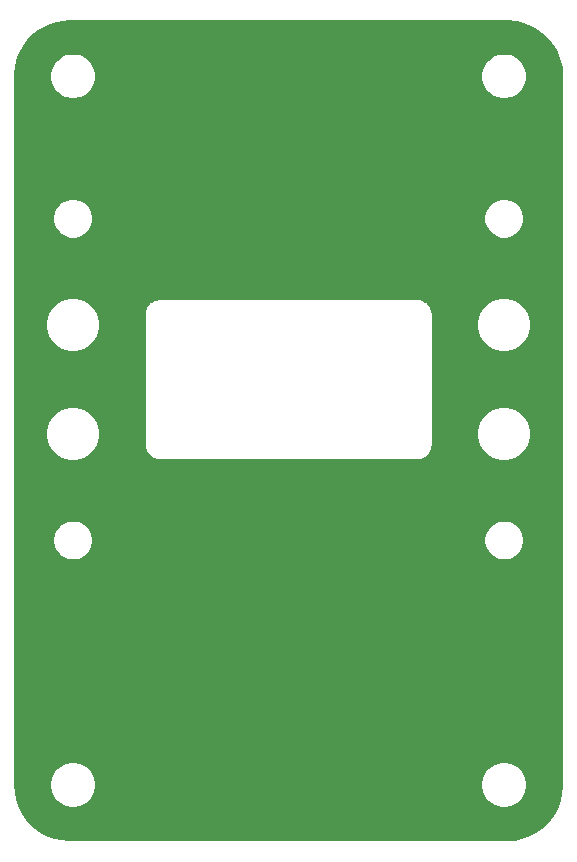
<source format=gbr>
%TF.GenerationSoftware,KiCad,Pcbnew,5.1.10*%
%TF.CreationDate,2021-05-04T12:35:39+02:00*%
%TF.ProjectId,Generic_Oven,47656e65-7269-4635-9f4f-76656e2e6b69,rev?*%
%TF.SameCoordinates,Original*%
%TF.FileFunction,Copper,L1,Top*%
%TF.FilePolarity,Positive*%
%FSLAX46Y46*%
G04 Gerber Fmt 4.6, Leading zero omitted, Abs format (unit mm)*
G04 Created by KiCad (PCBNEW 5.1.10) date 2021-05-04 12:35:39*
%MOMM*%
%LPD*%
G01*
G04 APERTURE LIST*
%TA.AperFunction,NonConductor*%
%ADD10C,0.200000*%
%TD*%
%TA.AperFunction,NonConductor*%
%ADD11C,0.100000*%
%TD*%
G04 APERTURE END LIST*
D10*
X19327641Y34599844D02*
X20129125Y34380582D01*
X20879110Y34022858D01*
X21553896Y33537975D01*
X22132155Y32941259D01*
X22595602Y32251575D01*
X22929593Y31490724D01*
X23124171Y30680249D01*
X23175001Y29988072D01*
X23175000Y-29985531D01*
X23099843Y-30827643D01*
X22880582Y-31629125D01*
X22522858Y-32379110D01*
X22037975Y-33053896D01*
X21441259Y-33632155D01*
X20751576Y-34095601D01*
X19990723Y-34429593D01*
X19180249Y-34624171D01*
X18488086Y-34675000D01*
X-18485531Y-34675000D01*
X-19327643Y-34599843D01*
X-20129125Y-34380582D01*
X-20879110Y-34022858D01*
X-21553896Y-33537975D01*
X-22132155Y-32941259D01*
X-22595601Y-32251576D01*
X-22929593Y-31490723D01*
X-23124171Y-30680249D01*
X-23175000Y-29988086D01*
X-23175000Y-29809357D01*
X-20185634Y-29809357D01*
X-20185634Y-30190643D01*
X-20111249Y-30564604D01*
X-19965337Y-30916867D01*
X-19753505Y-31233895D01*
X-19483895Y-31503505D01*
X-19166867Y-31715337D01*
X-18814604Y-31861249D01*
X-18440643Y-31935634D01*
X-18059357Y-31935634D01*
X-17685396Y-31861249D01*
X-17333133Y-31715337D01*
X-17016105Y-31503505D01*
X-16746495Y-31233895D01*
X-16534663Y-30916867D01*
X-16388751Y-30564604D01*
X-16314366Y-30190643D01*
X-16314366Y-29809357D01*
X16314366Y-29809357D01*
X16314366Y-30190643D01*
X16388751Y-30564604D01*
X16534663Y-30916867D01*
X16746495Y-31233895D01*
X17016105Y-31503505D01*
X17333133Y-31715337D01*
X17685396Y-31861249D01*
X18059357Y-31935634D01*
X18440643Y-31935634D01*
X18814604Y-31861249D01*
X19166867Y-31715337D01*
X19483895Y-31503505D01*
X19753505Y-31233895D01*
X19965337Y-30916867D01*
X20111249Y-30564604D01*
X20185634Y-30190643D01*
X20185634Y-29809357D01*
X20111249Y-29435396D01*
X19965337Y-29083133D01*
X19753505Y-28766105D01*
X19483895Y-28496495D01*
X19166867Y-28284663D01*
X18814604Y-28138751D01*
X18440643Y-28064366D01*
X18059357Y-28064366D01*
X17685396Y-28138751D01*
X17333133Y-28284663D01*
X17016105Y-28496495D01*
X16746495Y-28766105D01*
X16534663Y-29083133D01*
X16388751Y-29435396D01*
X16314366Y-29809357D01*
X-16314366Y-29809357D01*
X-16388751Y-29435396D01*
X-16534663Y-29083133D01*
X-16746495Y-28766105D01*
X-17016105Y-28496495D01*
X-17333133Y-28284663D01*
X-17685396Y-28138751D01*
X-18059357Y-28064366D01*
X-18440643Y-28064366D01*
X-18814604Y-28138751D01*
X-19166867Y-28284663D01*
X-19483895Y-28496495D01*
X-19753505Y-28766105D01*
X-19965337Y-29083133D01*
X-20111249Y-29435396D01*
X-20185634Y-29809357D01*
X-23175000Y-29809357D01*
X-23175000Y-9133861D01*
X-19936838Y-9133861D01*
X-19936838Y-9466139D01*
X-19872014Y-9792033D01*
X-19744857Y-10099017D01*
X-19560253Y-10375297D01*
X-19325297Y-10610253D01*
X-19049017Y-10794857D01*
X-18742033Y-10922014D01*
X-18416139Y-10986838D01*
X-18083861Y-10986838D01*
X-17757967Y-10922014D01*
X-17450983Y-10794857D01*
X-17174703Y-10610253D01*
X-16939747Y-10375297D01*
X-16755143Y-10099017D01*
X-16627986Y-9792033D01*
X-16563162Y-9466139D01*
X-16563162Y-9133861D01*
X16563162Y-9133861D01*
X16563162Y-9466139D01*
X16627986Y-9792033D01*
X16755143Y-10099017D01*
X16939747Y-10375297D01*
X17174703Y-10610253D01*
X17450983Y-10794857D01*
X17757967Y-10922014D01*
X18083861Y-10986838D01*
X18416139Y-10986838D01*
X18742033Y-10922014D01*
X19049017Y-10794857D01*
X19325297Y-10610253D01*
X19560253Y-10375297D01*
X19744857Y-10099017D01*
X19872014Y-9792033D01*
X19936838Y-9466139D01*
X19936838Y-9133861D01*
X19872014Y-8807967D01*
X19744857Y-8500983D01*
X19560253Y-8224703D01*
X19325297Y-7989747D01*
X19049017Y-7805143D01*
X18742033Y-7677986D01*
X18416139Y-7613162D01*
X18083861Y-7613162D01*
X17757967Y-7677986D01*
X17450983Y-7805143D01*
X17174703Y-7989747D01*
X16939747Y-8224703D01*
X16755143Y-8500983D01*
X16627986Y-8807967D01*
X16563162Y-9133861D01*
X-16563162Y-9133861D01*
X-16627986Y-8807967D01*
X-16755143Y-8500983D01*
X-16939747Y-8224703D01*
X-17174703Y-7989747D01*
X-17450983Y-7805143D01*
X-17757967Y-7677986D01*
X-18083861Y-7613162D01*
X-18416139Y-7613162D01*
X-18742033Y-7677986D01*
X-19049017Y-7805143D01*
X-19325297Y-7989747D01*
X-19560253Y-8224703D01*
X-19744857Y-8500983D01*
X-19872014Y-8807967D01*
X-19936838Y-9133861D01*
X-23175000Y-9133861D01*
X-23175000Y-75051D01*
X-20533949Y-75051D01*
X-20533949Y-524949D01*
X-20446178Y-966203D01*
X-20274009Y-1381856D01*
X-20024059Y-1755933D01*
X-19705933Y-2074059D01*
X-19331856Y-2324009D01*
X-18916203Y-2496178D01*
X-18474949Y-2583949D01*
X-18025051Y-2583949D01*
X-17583797Y-2496178D01*
X-17168144Y-2324009D01*
X-16794067Y-2074059D01*
X-16475941Y-1755933D01*
X-16225991Y-1381856D01*
X-16148991Y-1195960D01*
X-12195000Y-1195960D01*
X-12193595Y-1210228D01*
X-12193638Y-1216437D01*
X-12193196Y-1220954D01*
X-12172795Y-1415051D01*
X-12166865Y-1443938D01*
X-12161352Y-1472838D01*
X-12160041Y-1477183D01*
X-12102329Y-1663621D01*
X-12090900Y-1690810D01*
X-12079879Y-1718086D01*
X-12077749Y-1722093D01*
X-11984924Y-1893770D01*
X-11968451Y-1918192D01*
X-11952322Y-1942839D01*
X-11949454Y-1946356D01*
X-11825051Y-2096734D01*
X-11804141Y-2117498D01*
X-11783540Y-2138535D01*
X-11780044Y-2141428D01*
X-11628802Y-2264778D01*
X-11604241Y-2281096D01*
X-11579962Y-2297720D01*
X-11575970Y-2299879D01*
X-11403648Y-2391504D01*
X-11376424Y-2402725D01*
X-11349340Y-2414333D01*
X-11345005Y-2415675D01*
X-11158169Y-2472084D01*
X-11129253Y-2477809D01*
X-11100462Y-2483929D01*
X-11095949Y-2484404D01*
X-10901715Y-2503449D01*
X-10901708Y-2503449D01*
X-10885961Y-2505000D01*
X10885961Y-2505000D01*
X10900229Y-2503595D01*
X10906437Y-2503638D01*
X10910954Y-2503196D01*
X11105051Y-2482795D01*
X11133938Y-2476865D01*
X11162838Y-2471352D01*
X11167183Y-2470041D01*
X11353621Y-2412329D01*
X11380810Y-2400900D01*
X11408086Y-2389879D01*
X11412093Y-2387749D01*
X11583770Y-2294924D01*
X11608192Y-2278451D01*
X11632839Y-2262322D01*
X11636356Y-2259454D01*
X11786734Y-2135051D01*
X11807498Y-2114141D01*
X11828535Y-2093540D01*
X11831428Y-2090044D01*
X11954778Y-1938802D01*
X11971096Y-1914241D01*
X11987720Y-1889962D01*
X11989879Y-1885970D01*
X12081504Y-1713648D01*
X12092725Y-1686424D01*
X12104333Y-1659340D01*
X12105675Y-1655005D01*
X12162084Y-1468169D01*
X12167809Y-1439253D01*
X12173929Y-1410462D01*
X12174404Y-1405949D01*
X12193449Y-1211715D01*
X12193449Y-1211708D01*
X12195000Y-1195961D01*
X12195000Y-75051D01*
X15966051Y-75051D01*
X15966051Y-524949D01*
X16053822Y-966203D01*
X16225991Y-1381856D01*
X16475941Y-1755933D01*
X16794067Y-2074059D01*
X17168144Y-2324009D01*
X17583797Y-2496178D01*
X18025051Y-2583949D01*
X18474949Y-2583949D01*
X18916203Y-2496178D01*
X19331856Y-2324009D01*
X19705933Y-2074059D01*
X20024059Y-1755933D01*
X20274009Y-1381856D01*
X20446178Y-966203D01*
X20533949Y-524949D01*
X20533949Y-75051D01*
X20446178Y366203D01*
X20274009Y781856D01*
X20024059Y1155933D01*
X19705933Y1474059D01*
X19331856Y1724009D01*
X18916203Y1896178D01*
X18474949Y1983949D01*
X18025051Y1983949D01*
X17583797Y1896178D01*
X17168144Y1724009D01*
X16794067Y1474059D01*
X16475941Y1155933D01*
X16225991Y781856D01*
X16053822Y366203D01*
X15966051Y-75051D01*
X12195000Y-75051D01*
X12195000Y9174949D01*
X15966051Y9174949D01*
X15966051Y8725051D01*
X16053822Y8283797D01*
X16225991Y7868144D01*
X16475941Y7494067D01*
X16794067Y7175941D01*
X17168144Y6925991D01*
X17583797Y6753822D01*
X18025051Y6666051D01*
X18474949Y6666051D01*
X18916203Y6753822D01*
X19331856Y6925991D01*
X19705933Y7175941D01*
X20024059Y7494067D01*
X20274009Y7868144D01*
X20446178Y8283797D01*
X20533949Y8725051D01*
X20533949Y9174949D01*
X20446178Y9616203D01*
X20274009Y10031856D01*
X20024059Y10405933D01*
X19705933Y10724059D01*
X19331856Y10974009D01*
X18916203Y11146178D01*
X18474949Y11233949D01*
X18025051Y11233949D01*
X17583797Y11146178D01*
X17168144Y10974009D01*
X16794067Y10724059D01*
X16475941Y10405933D01*
X16225991Y10031856D01*
X16053822Y9616203D01*
X15966051Y9174949D01*
X12195000Y9174949D01*
X12195000Y9835961D01*
X12193595Y9850229D01*
X12193638Y9856437D01*
X12193195Y9860954D01*
X12172795Y10055051D01*
X12166865Y10083938D01*
X12161352Y10112838D01*
X12160041Y10117183D01*
X12102329Y10303621D01*
X12090900Y10330810D01*
X12079879Y10358086D01*
X12077749Y10362094D01*
X11984924Y10533770D01*
X11968447Y10558197D01*
X11952322Y10582840D01*
X11949454Y10586357D01*
X11825050Y10736734D01*
X11804160Y10757479D01*
X11783540Y10778535D01*
X11780044Y10781428D01*
X11628802Y10904778D01*
X11604257Y10921085D01*
X11579962Y10937720D01*
X11575970Y10939879D01*
X11403648Y11031504D01*
X11376453Y11042713D01*
X11349340Y11054333D01*
X11345005Y11055675D01*
X11158169Y11112084D01*
X11129285Y11117803D01*
X11100462Y11123929D01*
X11095948Y11124404D01*
X10901715Y11143449D01*
X10901708Y11143449D01*
X10885961Y11145000D01*
X-10885961Y11145000D01*
X-10900229Y11143595D01*
X-10906437Y11143638D01*
X-10910954Y11143195D01*
X-11105051Y11122795D01*
X-11133938Y11116865D01*
X-11162838Y11111352D01*
X-11167183Y11110041D01*
X-11353621Y11052329D01*
X-11380810Y11040900D01*
X-11408086Y11029879D01*
X-11412094Y11027749D01*
X-11583770Y10934924D01*
X-11608197Y10918447D01*
X-11632840Y10902322D01*
X-11636357Y10899454D01*
X-11786734Y10775050D01*
X-11807479Y10754160D01*
X-11828535Y10733540D01*
X-11831428Y10730044D01*
X-11954778Y10578802D01*
X-11971085Y10554257D01*
X-11987720Y10529962D01*
X-11989879Y10525970D01*
X-12081504Y10353648D01*
X-12092713Y10326453D01*
X-12104333Y10299340D01*
X-12105675Y10295005D01*
X-12162084Y10108169D01*
X-12167803Y10079285D01*
X-12173929Y10050462D01*
X-12174404Y10045948D01*
X-12193449Y9851715D01*
X-12193449Y9851698D01*
X-12194999Y9835961D01*
X-12195000Y-1195960D01*
X-16148991Y-1195960D01*
X-16053822Y-966203D01*
X-15966051Y-524949D01*
X-15966051Y-75051D01*
X-16053822Y366203D01*
X-16225991Y781856D01*
X-16475941Y1155933D01*
X-16794067Y1474059D01*
X-17168144Y1724009D01*
X-17583797Y1896178D01*
X-18025051Y1983949D01*
X-18474949Y1983949D01*
X-18916203Y1896178D01*
X-19331856Y1724009D01*
X-19705933Y1474059D01*
X-20024059Y1155933D01*
X-20274009Y781856D01*
X-20446178Y366203D01*
X-20533949Y-75051D01*
X-23175000Y-75051D01*
X-23175000Y9174949D01*
X-20533949Y9174949D01*
X-20533949Y8725051D01*
X-20446178Y8283797D01*
X-20274009Y7868144D01*
X-20024059Y7494067D01*
X-19705933Y7175941D01*
X-19331856Y6925991D01*
X-18916203Y6753822D01*
X-18474949Y6666051D01*
X-18025051Y6666051D01*
X-17583797Y6753822D01*
X-17168144Y6925991D01*
X-16794067Y7175941D01*
X-16475941Y7494067D01*
X-16225991Y7868144D01*
X-16053822Y8283797D01*
X-15966051Y8725051D01*
X-15966051Y9174949D01*
X-16053822Y9616203D01*
X-16225991Y10031856D01*
X-16475941Y10405933D01*
X-16794067Y10724059D01*
X-17168144Y10974009D01*
X-17583797Y11146178D01*
X-18025051Y11233949D01*
X-18474949Y11233949D01*
X-18916203Y11146178D01*
X-19331856Y10974009D01*
X-19705933Y10724059D01*
X-20024059Y10405933D01*
X-20274009Y10031856D01*
X-20446178Y9616203D01*
X-20533949Y9174949D01*
X-23175000Y9174949D01*
X-23175000Y18116139D01*
X-19936838Y18116139D01*
X-19936838Y17783861D01*
X-19872014Y17457967D01*
X-19744857Y17150983D01*
X-19560253Y16874703D01*
X-19325297Y16639747D01*
X-19049017Y16455143D01*
X-18742033Y16327986D01*
X-18416139Y16263162D01*
X-18083861Y16263162D01*
X-17757967Y16327986D01*
X-17450983Y16455143D01*
X-17174703Y16639747D01*
X-16939747Y16874703D01*
X-16755143Y17150983D01*
X-16627986Y17457967D01*
X-16563162Y17783861D01*
X-16563162Y18116139D01*
X16563162Y18116139D01*
X16563162Y17783861D01*
X16627986Y17457967D01*
X16755143Y17150983D01*
X16939747Y16874703D01*
X17174703Y16639747D01*
X17450983Y16455143D01*
X17757967Y16327986D01*
X18083861Y16263162D01*
X18416139Y16263162D01*
X18742033Y16327986D01*
X19049017Y16455143D01*
X19325297Y16639747D01*
X19560253Y16874703D01*
X19744857Y17150983D01*
X19872014Y17457967D01*
X19936838Y17783861D01*
X19936838Y18116139D01*
X19872014Y18442033D01*
X19744857Y18749017D01*
X19560253Y19025297D01*
X19325297Y19260253D01*
X19049017Y19444857D01*
X18742033Y19572014D01*
X18416139Y19636838D01*
X18083861Y19636838D01*
X17757967Y19572014D01*
X17450983Y19444857D01*
X17174703Y19260253D01*
X16939747Y19025297D01*
X16755143Y18749017D01*
X16627986Y18442033D01*
X16563162Y18116139D01*
X-16563162Y18116139D01*
X-16627986Y18442033D01*
X-16755143Y18749017D01*
X-16939747Y19025297D01*
X-17174703Y19260253D01*
X-17450983Y19444857D01*
X-17757967Y19572014D01*
X-18083861Y19636838D01*
X-18416139Y19636838D01*
X-18742033Y19572014D01*
X-19049017Y19444857D01*
X-19325297Y19260253D01*
X-19560253Y19025297D01*
X-19744857Y18749017D01*
X-19872014Y18442033D01*
X-19936838Y18116139D01*
X-23175000Y18116139D01*
X-23175000Y29985530D01*
X-23156695Y30190643D01*
X-20185634Y30190643D01*
X-20185634Y29809357D01*
X-20111249Y29435396D01*
X-19965337Y29083133D01*
X-19753505Y28766105D01*
X-19483895Y28496495D01*
X-19166867Y28284663D01*
X-18814604Y28138751D01*
X-18440643Y28064366D01*
X-18059357Y28064366D01*
X-17685396Y28138751D01*
X-17333133Y28284663D01*
X-17016105Y28496495D01*
X-16746495Y28766105D01*
X-16534663Y29083133D01*
X-16388751Y29435396D01*
X-16314366Y29809357D01*
X-16314366Y30190643D01*
X16314366Y30190643D01*
X16314366Y29809357D01*
X16388751Y29435396D01*
X16534663Y29083133D01*
X16746495Y28766105D01*
X17016105Y28496495D01*
X17333133Y28284663D01*
X17685396Y28138751D01*
X18059357Y28064366D01*
X18440643Y28064366D01*
X18814604Y28138751D01*
X19166867Y28284663D01*
X19483895Y28496495D01*
X19753505Y28766105D01*
X19965337Y29083133D01*
X20111249Y29435396D01*
X20185634Y29809357D01*
X20185634Y30190643D01*
X20111249Y30564604D01*
X19965337Y30916867D01*
X19753505Y31233895D01*
X19483895Y31503505D01*
X19166867Y31715337D01*
X18814604Y31861249D01*
X18440643Y31935634D01*
X18059357Y31935634D01*
X17685396Y31861249D01*
X17333133Y31715337D01*
X17016105Y31503505D01*
X16746495Y31233895D01*
X16534663Y30916867D01*
X16388751Y30564604D01*
X16314366Y30190643D01*
X-16314366Y30190643D01*
X-16388751Y30564604D01*
X-16534663Y30916867D01*
X-16746495Y31233895D01*
X-17016105Y31503505D01*
X-17333133Y31715337D01*
X-17685396Y31861249D01*
X-18059357Y31935634D01*
X-18440643Y31935634D01*
X-18814604Y31861249D01*
X-19166867Y31715337D01*
X-19483895Y31503505D01*
X-19753505Y31233895D01*
X-19965337Y30916867D01*
X-20111249Y30564604D01*
X-20185634Y30190643D01*
X-23156695Y30190643D01*
X-23099844Y30827641D01*
X-22880582Y31629125D01*
X-22522858Y32379110D01*
X-22037975Y33053896D01*
X-21441259Y33632155D01*
X-20751575Y34095602D01*
X-19990724Y34429593D01*
X-19180249Y34624171D01*
X-18488086Y34675000D01*
X18485530Y34675000D01*
X19327641Y34599844D01*
%TA.AperFunction,NonConductor*%
D11*
G36*
X19327641Y34599844D02*
G01*
X20129125Y34380582D01*
X20879110Y34022858D01*
X21553896Y33537975D01*
X22132155Y32941259D01*
X22595602Y32251575D01*
X22929593Y31490724D01*
X23124171Y30680249D01*
X23175001Y29988072D01*
X23175000Y-29985531D01*
X23099843Y-30827643D01*
X22880582Y-31629125D01*
X22522858Y-32379110D01*
X22037975Y-33053896D01*
X21441259Y-33632155D01*
X20751576Y-34095601D01*
X19990723Y-34429593D01*
X19180249Y-34624171D01*
X18488086Y-34675000D01*
X-18485531Y-34675000D01*
X-19327643Y-34599843D01*
X-20129125Y-34380582D01*
X-20879110Y-34022858D01*
X-21553896Y-33537975D01*
X-22132155Y-32941259D01*
X-22595601Y-32251576D01*
X-22929593Y-31490723D01*
X-23124171Y-30680249D01*
X-23175000Y-29988086D01*
X-23175000Y-29809357D01*
X-20185634Y-29809357D01*
X-20185634Y-30190643D01*
X-20111249Y-30564604D01*
X-19965337Y-30916867D01*
X-19753505Y-31233895D01*
X-19483895Y-31503505D01*
X-19166867Y-31715337D01*
X-18814604Y-31861249D01*
X-18440643Y-31935634D01*
X-18059357Y-31935634D01*
X-17685396Y-31861249D01*
X-17333133Y-31715337D01*
X-17016105Y-31503505D01*
X-16746495Y-31233895D01*
X-16534663Y-30916867D01*
X-16388751Y-30564604D01*
X-16314366Y-30190643D01*
X-16314366Y-29809357D01*
X16314366Y-29809357D01*
X16314366Y-30190643D01*
X16388751Y-30564604D01*
X16534663Y-30916867D01*
X16746495Y-31233895D01*
X17016105Y-31503505D01*
X17333133Y-31715337D01*
X17685396Y-31861249D01*
X18059357Y-31935634D01*
X18440643Y-31935634D01*
X18814604Y-31861249D01*
X19166867Y-31715337D01*
X19483895Y-31503505D01*
X19753505Y-31233895D01*
X19965337Y-30916867D01*
X20111249Y-30564604D01*
X20185634Y-30190643D01*
X20185634Y-29809357D01*
X20111249Y-29435396D01*
X19965337Y-29083133D01*
X19753505Y-28766105D01*
X19483895Y-28496495D01*
X19166867Y-28284663D01*
X18814604Y-28138751D01*
X18440643Y-28064366D01*
X18059357Y-28064366D01*
X17685396Y-28138751D01*
X17333133Y-28284663D01*
X17016105Y-28496495D01*
X16746495Y-28766105D01*
X16534663Y-29083133D01*
X16388751Y-29435396D01*
X16314366Y-29809357D01*
X-16314366Y-29809357D01*
X-16388751Y-29435396D01*
X-16534663Y-29083133D01*
X-16746495Y-28766105D01*
X-17016105Y-28496495D01*
X-17333133Y-28284663D01*
X-17685396Y-28138751D01*
X-18059357Y-28064366D01*
X-18440643Y-28064366D01*
X-18814604Y-28138751D01*
X-19166867Y-28284663D01*
X-19483895Y-28496495D01*
X-19753505Y-28766105D01*
X-19965337Y-29083133D01*
X-20111249Y-29435396D01*
X-20185634Y-29809357D01*
X-23175000Y-29809357D01*
X-23175000Y-9133861D01*
X-19936838Y-9133861D01*
X-19936838Y-9466139D01*
X-19872014Y-9792033D01*
X-19744857Y-10099017D01*
X-19560253Y-10375297D01*
X-19325297Y-10610253D01*
X-19049017Y-10794857D01*
X-18742033Y-10922014D01*
X-18416139Y-10986838D01*
X-18083861Y-10986838D01*
X-17757967Y-10922014D01*
X-17450983Y-10794857D01*
X-17174703Y-10610253D01*
X-16939747Y-10375297D01*
X-16755143Y-10099017D01*
X-16627986Y-9792033D01*
X-16563162Y-9466139D01*
X-16563162Y-9133861D01*
X16563162Y-9133861D01*
X16563162Y-9466139D01*
X16627986Y-9792033D01*
X16755143Y-10099017D01*
X16939747Y-10375297D01*
X17174703Y-10610253D01*
X17450983Y-10794857D01*
X17757967Y-10922014D01*
X18083861Y-10986838D01*
X18416139Y-10986838D01*
X18742033Y-10922014D01*
X19049017Y-10794857D01*
X19325297Y-10610253D01*
X19560253Y-10375297D01*
X19744857Y-10099017D01*
X19872014Y-9792033D01*
X19936838Y-9466139D01*
X19936838Y-9133861D01*
X19872014Y-8807967D01*
X19744857Y-8500983D01*
X19560253Y-8224703D01*
X19325297Y-7989747D01*
X19049017Y-7805143D01*
X18742033Y-7677986D01*
X18416139Y-7613162D01*
X18083861Y-7613162D01*
X17757967Y-7677986D01*
X17450983Y-7805143D01*
X17174703Y-7989747D01*
X16939747Y-8224703D01*
X16755143Y-8500983D01*
X16627986Y-8807967D01*
X16563162Y-9133861D01*
X-16563162Y-9133861D01*
X-16627986Y-8807967D01*
X-16755143Y-8500983D01*
X-16939747Y-8224703D01*
X-17174703Y-7989747D01*
X-17450983Y-7805143D01*
X-17757967Y-7677986D01*
X-18083861Y-7613162D01*
X-18416139Y-7613162D01*
X-18742033Y-7677986D01*
X-19049017Y-7805143D01*
X-19325297Y-7989747D01*
X-19560253Y-8224703D01*
X-19744857Y-8500983D01*
X-19872014Y-8807967D01*
X-19936838Y-9133861D01*
X-23175000Y-9133861D01*
X-23175000Y-75051D01*
X-20533949Y-75051D01*
X-20533949Y-524949D01*
X-20446178Y-966203D01*
X-20274009Y-1381856D01*
X-20024059Y-1755933D01*
X-19705933Y-2074059D01*
X-19331856Y-2324009D01*
X-18916203Y-2496178D01*
X-18474949Y-2583949D01*
X-18025051Y-2583949D01*
X-17583797Y-2496178D01*
X-17168144Y-2324009D01*
X-16794067Y-2074059D01*
X-16475941Y-1755933D01*
X-16225991Y-1381856D01*
X-16148991Y-1195960D01*
X-12195000Y-1195960D01*
X-12193595Y-1210228D01*
X-12193638Y-1216437D01*
X-12193196Y-1220954D01*
X-12172795Y-1415051D01*
X-12166865Y-1443938D01*
X-12161352Y-1472838D01*
X-12160041Y-1477183D01*
X-12102329Y-1663621D01*
X-12090900Y-1690810D01*
X-12079879Y-1718086D01*
X-12077749Y-1722093D01*
X-11984924Y-1893770D01*
X-11968451Y-1918192D01*
X-11952322Y-1942839D01*
X-11949454Y-1946356D01*
X-11825051Y-2096734D01*
X-11804141Y-2117498D01*
X-11783540Y-2138535D01*
X-11780044Y-2141428D01*
X-11628802Y-2264778D01*
X-11604241Y-2281096D01*
X-11579962Y-2297720D01*
X-11575970Y-2299879D01*
X-11403648Y-2391504D01*
X-11376424Y-2402725D01*
X-11349340Y-2414333D01*
X-11345005Y-2415675D01*
X-11158169Y-2472084D01*
X-11129253Y-2477809D01*
X-11100462Y-2483929D01*
X-11095949Y-2484404D01*
X-10901715Y-2503449D01*
X-10901708Y-2503449D01*
X-10885961Y-2505000D01*
X10885961Y-2505000D01*
X10900229Y-2503595D01*
X10906437Y-2503638D01*
X10910954Y-2503196D01*
X11105051Y-2482795D01*
X11133938Y-2476865D01*
X11162838Y-2471352D01*
X11167183Y-2470041D01*
X11353621Y-2412329D01*
X11380810Y-2400900D01*
X11408086Y-2389879D01*
X11412093Y-2387749D01*
X11583770Y-2294924D01*
X11608192Y-2278451D01*
X11632839Y-2262322D01*
X11636356Y-2259454D01*
X11786734Y-2135051D01*
X11807498Y-2114141D01*
X11828535Y-2093540D01*
X11831428Y-2090044D01*
X11954778Y-1938802D01*
X11971096Y-1914241D01*
X11987720Y-1889962D01*
X11989879Y-1885970D01*
X12081504Y-1713648D01*
X12092725Y-1686424D01*
X12104333Y-1659340D01*
X12105675Y-1655005D01*
X12162084Y-1468169D01*
X12167809Y-1439253D01*
X12173929Y-1410462D01*
X12174404Y-1405949D01*
X12193449Y-1211715D01*
X12193449Y-1211708D01*
X12195000Y-1195961D01*
X12195000Y-75051D01*
X15966051Y-75051D01*
X15966051Y-524949D01*
X16053822Y-966203D01*
X16225991Y-1381856D01*
X16475941Y-1755933D01*
X16794067Y-2074059D01*
X17168144Y-2324009D01*
X17583797Y-2496178D01*
X18025051Y-2583949D01*
X18474949Y-2583949D01*
X18916203Y-2496178D01*
X19331856Y-2324009D01*
X19705933Y-2074059D01*
X20024059Y-1755933D01*
X20274009Y-1381856D01*
X20446178Y-966203D01*
X20533949Y-524949D01*
X20533949Y-75051D01*
X20446178Y366203D01*
X20274009Y781856D01*
X20024059Y1155933D01*
X19705933Y1474059D01*
X19331856Y1724009D01*
X18916203Y1896178D01*
X18474949Y1983949D01*
X18025051Y1983949D01*
X17583797Y1896178D01*
X17168144Y1724009D01*
X16794067Y1474059D01*
X16475941Y1155933D01*
X16225991Y781856D01*
X16053822Y366203D01*
X15966051Y-75051D01*
X12195000Y-75051D01*
X12195000Y9174949D01*
X15966051Y9174949D01*
X15966051Y8725051D01*
X16053822Y8283797D01*
X16225991Y7868144D01*
X16475941Y7494067D01*
X16794067Y7175941D01*
X17168144Y6925991D01*
X17583797Y6753822D01*
X18025051Y6666051D01*
X18474949Y6666051D01*
X18916203Y6753822D01*
X19331856Y6925991D01*
X19705933Y7175941D01*
X20024059Y7494067D01*
X20274009Y7868144D01*
X20446178Y8283797D01*
X20533949Y8725051D01*
X20533949Y9174949D01*
X20446178Y9616203D01*
X20274009Y10031856D01*
X20024059Y10405933D01*
X19705933Y10724059D01*
X19331856Y10974009D01*
X18916203Y11146178D01*
X18474949Y11233949D01*
X18025051Y11233949D01*
X17583797Y11146178D01*
X17168144Y10974009D01*
X16794067Y10724059D01*
X16475941Y10405933D01*
X16225991Y10031856D01*
X16053822Y9616203D01*
X15966051Y9174949D01*
X12195000Y9174949D01*
X12195000Y9835961D01*
X12193595Y9850229D01*
X12193638Y9856437D01*
X12193195Y9860954D01*
X12172795Y10055051D01*
X12166865Y10083938D01*
X12161352Y10112838D01*
X12160041Y10117183D01*
X12102329Y10303621D01*
X12090900Y10330810D01*
X12079879Y10358086D01*
X12077749Y10362094D01*
X11984924Y10533770D01*
X11968447Y10558197D01*
X11952322Y10582840D01*
X11949454Y10586357D01*
X11825050Y10736734D01*
X11804160Y10757479D01*
X11783540Y10778535D01*
X11780044Y10781428D01*
X11628802Y10904778D01*
X11604257Y10921085D01*
X11579962Y10937720D01*
X11575970Y10939879D01*
X11403648Y11031504D01*
X11376453Y11042713D01*
X11349340Y11054333D01*
X11345005Y11055675D01*
X11158169Y11112084D01*
X11129285Y11117803D01*
X11100462Y11123929D01*
X11095948Y11124404D01*
X10901715Y11143449D01*
X10901708Y11143449D01*
X10885961Y11145000D01*
X-10885961Y11145000D01*
X-10900229Y11143595D01*
X-10906437Y11143638D01*
X-10910954Y11143195D01*
X-11105051Y11122795D01*
X-11133938Y11116865D01*
X-11162838Y11111352D01*
X-11167183Y11110041D01*
X-11353621Y11052329D01*
X-11380810Y11040900D01*
X-11408086Y11029879D01*
X-11412094Y11027749D01*
X-11583770Y10934924D01*
X-11608197Y10918447D01*
X-11632840Y10902322D01*
X-11636357Y10899454D01*
X-11786734Y10775050D01*
X-11807479Y10754160D01*
X-11828535Y10733540D01*
X-11831428Y10730044D01*
X-11954778Y10578802D01*
X-11971085Y10554257D01*
X-11987720Y10529962D01*
X-11989879Y10525970D01*
X-12081504Y10353648D01*
X-12092713Y10326453D01*
X-12104333Y10299340D01*
X-12105675Y10295005D01*
X-12162084Y10108169D01*
X-12167803Y10079285D01*
X-12173929Y10050462D01*
X-12174404Y10045948D01*
X-12193449Y9851715D01*
X-12193449Y9851698D01*
X-12194999Y9835961D01*
X-12195000Y-1195960D01*
X-16148991Y-1195960D01*
X-16053822Y-966203D01*
X-15966051Y-524949D01*
X-15966051Y-75051D01*
X-16053822Y366203D01*
X-16225991Y781856D01*
X-16475941Y1155933D01*
X-16794067Y1474059D01*
X-17168144Y1724009D01*
X-17583797Y1896178D01*
X-18025051Y1983949D01*
X-18474949Y1983949D01*
X-18916203Y1896178D01*
X-19331856Y1724009D01*
X-19705933Y1474059D01*
X-20024059Y1155933D01*
X-20274009Y781856D01*
X-20446178Y366203D01*
X-20533949Y-75051D01*
X-23175000Y-75051D01*
X-23175000Y9174949D01*
X-20533949Y9174949D01*
X-20533949Y8725051D01*
X-20446178Y8283797D01*
X-20274009Y7868144D01*
X-20024059Y7494067D01*
X-19705933Y7175941D01*
X-19331856Y6925991D01*
X-18916203Y6753822D01*
X-18474949Y6666051D01*
X-18025051Y6666051D01*
X-17583797Y6753822D01*
X-17168144Y6925991D01*
X-16794067Y7175941D01*
X-16475941Y7494067D01*
X-16225991Y7868144D01*
X-16053822Y8283797D01*
X-15966051Y8725051D01*
X-15966051Y9174949D01*
X-16053822Y9616203D01*
X-16225991Y10031856D01*
X-16475941Y10405933D01*
X-16794067Y10724059D01*
X-17168144Y10974009D01*
X-17583797Y11146178D01*
X-18025051Y11233949D01*
X-18474949Y11233949D01*
X-18916203Y11146178D01*
X-19331856Y10974009D01*
X-19705933Y10724059D01*
X-20024059Y10405933D01*
X-20274009Y10031856D01*
X-20446178Y9616203D01*
X-20533949Y9174949D01*
X-23175000Y9174949D01*
X-23175000Y18116139D01*
X-19936838Y18116139D01*
X-19936838Y17783861D01*
X-19872014Y17457967D01*
X-19744857Y17150983D01*
X-19560253Y16874703D01*
X-19325297Y16639747D01*
X-19049017Y16455143D01*
X-18742033Y16327986D01*
X-18416139Y16263162D01*
X-18083861Y16263162D01*
X-17757967Y16327986D01*
X-17450983Y16455143D01*
X-17174703Y16639747D01*
X-16939747Y16874703D01*
X-16755143Y17150983D01*
X-16627986Y17457967D01*
X-16563162Y17783861D01*
X-16563162Y18116139D01*
X16563162Y18116139D01*
X16563162Y17783861D01*
X16627986Y17457967D01*
X16755143Y17150983D01*
X16939747Y16874703D01*
X17174703Y16639747D01*
X17450983Y16455143D01*
X17757967Y16327986D01*
X18083861Y16263162D01*
X18416139Y16263162D01*
X18742033Y16327986D01*
X19049017Y16455143D01*
X19325297Y16639747D01*
X19560253Y16874703D01*
X19744857Y17150983D01*
X19872014Y17457967D01*
X19936838Y17783861D01*
X19936838Y18116139D01*
X19872014Y18442033D01*
X19744857Y18749017D01*
X19560253Y19025297D01*
X19325297Y19260253D01*
X19049017Y19444857D01*
X18742033Y19572014D01*
X18416139Y19636838D01*
X18083861Y19636838D01*
X17757967Y19572014D01*
X17450983Y19444857D01*
X17174703Y19260253D01*
X16939747Y19025297D01*
X16755143Y18749017D01*
X16627986Y18442033D01*
X16563162Y18116139D01*
X-16563162Y18116139D01*
X-16627986Y18442033D01*
X-16755143Y18749017D01*
X-16939747Y19025297D01*
X-17174703Y19260253D01*
X-17450983Y19444857D01*
X-17757967Y19572014D01*
X-18083861Y19636838D01*
X-18416139Y19636838D01*
X-18742033Y19572014D01*
X-19049017Y19444857D01*
X-19325297Y19260253D01*
X-19560253Y19025297D01*
X-19744857Y18749017D01*
X-19872014Y18442033D01*
X-19936838Y18116139D01*
X-23175000Y18116139D01*
X-23175000Y29985530D01*
X-23156695Y30190643D01*
X-20185634Y30190643D01*
X-20185634Y29809357D01*
X-20111249Y29435396D01*
X-19965337Y29083133D01*
X-19753505Y28766105D01*
X-19483895Y28496495D01*
X-19166867Y28284663D01*
X-18814604Y28138751D01*
X-18440643Y28064366D01*
X-18059357Y28064366D01*
X-17685396Y28138751D01*
X-17333133Y28284663D01*
X-17016105Y28496495D01*
X-16746495Y28766105D01*
X-16534663Y29083133D01*
X-16388751Y29435396D01*
X-16314366Y29809357D01*
X-16314366Y30190643D01*
X16314366Y30190643D01*
X16314366Y29809357D01*
X16388751Y29435396D01*
X16534663Y29083133D01*
X16746495Y28766105D01*
X17016105Y28496495D01*
X17333133Y28284663D01*
X17685396Y28138751D01*
X18059357Y28064366D01*
X18440643Y28064366D01*
X18814604Y28138751D01*
X19166867Y28284663D01*
X19483895Y28496495D01*
X19753505Y28766105D01*
X19965337Y29083133D01*
X20111249Y29435396D01*
X20185634Y29809357D01*
X20185634Y30190643D01*
X20111249Y30564604D01*
X19965337Y30916867D01*
X19753505Y31233895D01*
X19483895Y31503505D01*
X19166867Y31715337D01*
X18814604Y31861249D01*
X18440643Y31935634D01*
X18059357Y31935634D01*
X17685396Y31861249D01*
X17333133Y31715337D01*
X17016105Y31503505D01*
X16746495Y31233895D01*
X16534663Y30916867D01*
X16388751Y30564604D01*
X16314366Y30190643D01*
X-16314366Y30190643D01*
X-16388751Y30564604D01*
X-16534663Y30916867D01*
X-16746495Y31233895D01*
X-17016105Y31503505D01*
X-17333133Y31715337D01*
X-17685396Y31861249D01*
X-18059357Y31935634D01*
X-18440643Y31935634D01*
X-18814604Y31861249D01*
X-19166867Y31715337D01*
X-19483895Y31503505D01*
X-19753505Y31233895D01*
X-19965337Y30916867D01*
X-20111249Y30564604D01*
X-20185634Y30190643D01*
X-23156695Y30190643D01*
X-23099844Y30827641D01*
X-22880582Y31629125D01*
X-22522858Y32379110D01*
X-22037975Y33053896D01*
X-21441259Y33632155D01*
X-20751575Y34095602D01*
X-19990724Y34429593D01*
X-19180249Y34624171D01*
X-18488086Y34675000D01*
X18485530Y34675000D01*
X19327641Y34599844D01*
G37*
%TD.AperFunction*%
M02*

</source>
